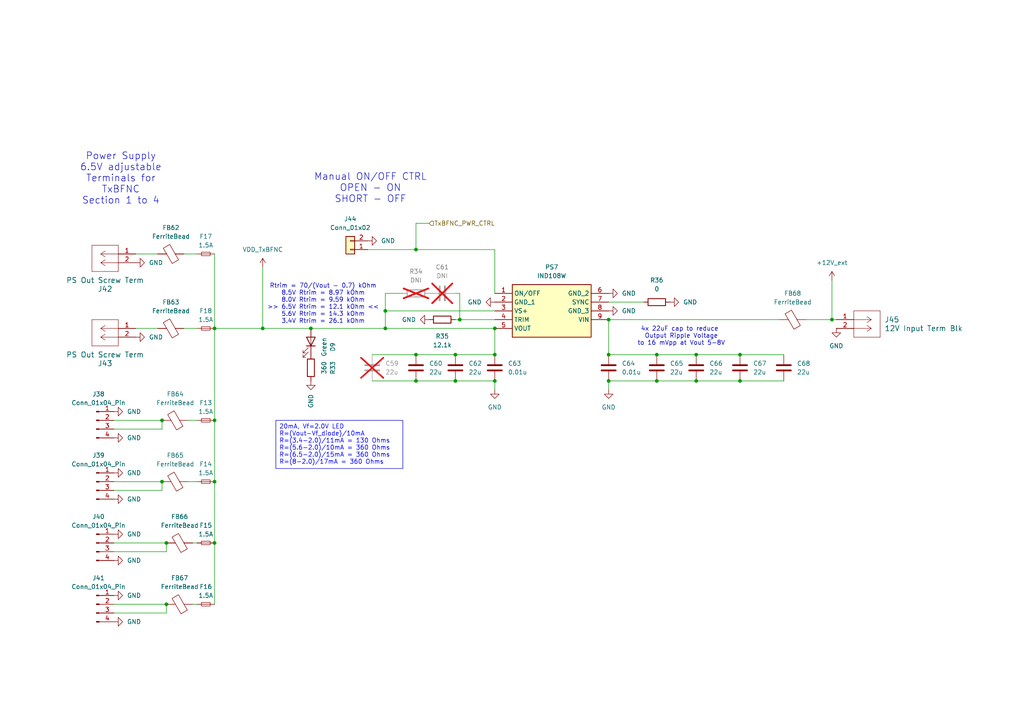
<source format=kicad_sch>
(kicad_sch (version 20231120) (generator "eeschema") (generator_version "8.0")
  (paper "A4")
  (title_block (title "PWR SPLY for TxBFNC") (date "2024-04-04") (rev "1.0"))
  (lib_symbols
    (symbol "BCRL_power_supply:IND108W"
      (property "Reference" "PS" (at 29.21 7.62 0))
      (property "Value" "IND108W" (at 29.21 5.08 0))
      (symbol "IND108W_1_1"
        (rectangle (start 5.08 2.54) (end 27.94 -12.7) (stroke (width 0.254)) (fill (type background)))
        (pin passive line (at 0 0 0) (length 5.08) (name "ON/OFF") (number "1"))
        (pin passive line (at 0 -2.54 0) (length 5.08) (name "GND_1") (number "2"))
        (pin passive line (at 0 -5.08 0) (length 5.08) (name "VS+") (number "3"))
        (pin passive line (at 0 -7.62 0) (length 5.08) (name "TRIM") (number "4"))
        (pin passive line (at 0 -10.16 0) (length 5.08) (name "VOUT") (number "5"))
        (pin passive line (at 33.02 0 180) (length 5.08) (name "GND_2") (number "6"))
        (pin passive line (at 33.02 -2.54 180) (length 5.08) (name "SYNC") (number "7"))
        (pin passive line (at 33.02 -5.08 180) (length 5.08) (name "GND_3") (number "8"))
        (pin passive line (at 33.02 -7.62 180) (length 5.08) (name "VIN") (number "9"))
      )
    )
    (symbol "BCRL_power_supply:OSTVN02A150" (pin_names (offset 0.254) hide)
      (property "Reference" "J" (at 8.89 6.35 0))
      (property "Value" "OSTVN02A150" (at 5.08 -6.35 0))
      (symbol "OSTVN02A150_1_1"
        (polyline (pts (xy 5.08 -5.08) (xy 12.7 -5.08)) (stroke (width 0.127)))
        (polyline (pts (xy 5.08 2.54) (xy 5.08 -5.08)) (stroke (width 0.127)))
        (polyline (pts (xy 10.16 -2.54) (xy 5.08 -2.54)) (stroke (width 0.127)))
        (polyline (pts (xy 10.16 -2.54) (xy 8.89 -3.3867)) (stroke (width 0.127)))
        (polyline (pts (xy 10.16 -2.54) (xy 8.89 -1.6933)) (stroke (width 0.127)))
        (polyline (pts (xy 10.16 0) (xy 5.08 0)) (stroke (width 0.127)))
        (polyline (pts (xy 10.16 0) (xy 8.89 -0.8467)) (stroke (width 0.127)))
        (polyline (pts (xy 10.16 0) (xy 8.89 0.8467)) (stroke (width 0.127)))
        (polyline (pts (xy 12.7 -5.08) (xy 12.7 2.54)) (stroke (width 0.127)))
        (polyline (pts (xy 12.7 2.54) (xy 5.08 2.54)) (stroke (width 0.127)))
        (pin unspecified line (at 0 0 0) (length 5.08) (name "1") (number "1"))
        (pin unspecified line (at 0 -2.54 0) (length 5.08) (name "2") (number "2"))
      )
      (symbol "OSTVN02A150_1_2"
        (polyline (pts (xy 5.08 -5.08) (xy 12.7 -5.08)) (stroke (width 0.127)))
        (polyline (pts (xy 5.08 2.54) (xy 5.08 -5.08)) (stroke (width 0.127)))
        (polyline (pts (xy 7.62 -2.54) (xy 5.08 -2.54)) (stroke (width 0.127)))
        (polyline (pts (xy 7.62 -2.54) (xy 8.89 -3.3867)) (stroke (width 0.127)))
        (polyline (pts (xy 7.62 -2.54) (xy 8.89 -1.6933)) (stroke (width 0.127)))
        (polyline (pts (xy 7.62 0) (xy 5.08 0)) (stroke (width 0.127)))
        (polyline (pts (xy 7.62 0) (xy 8.89 -0.8467)) (stroke (width 0.127)))
        (polyline (pts (xy 7.62 0) (xy 8.89 0.8467)) (stroke (width 0.127)))
        (polyline (pts (xy 12.7 -5.08) (xy 12.7 2.54)) (stroke (width 0.127)))
        (polyline (pts (xy 12.7 2.54) (xy 5.08 2.54)) (stroke (width 0.127)))
        (pin unspecified line (at 0 0 0) (length 5.08) (name "1") (number "1"))
        (pin unspecified line (at 0 -2.54 0) (length 5.08) (name "2") (number "2"))
      )
    )
    (symbol "C_1" (pin_numbers hide) (pin_names (offset 0.254) hide)
      (property "Reference" "C" (at 0.635 2.54 0))
      (property "Value" "C" (at 0.635 -2.54 0))
      (symbol "C_1_0_1"
        (polyline (pts (xy -2.032 -0.762) (xy 2.032 -0.762)) (stroke (width 0.508)))
        (polyline (pts (xy -2.032 0.762) (xy 2.032 0.762)) (stroke (width 0.508)))
      )
      (symbol "C_1_1_1"
        (pin passive line (at 0 3.81 270) (length 2.794) (name "~") (number "1"))
        (pin passive line (at 0 -3.81 90) (length 2.794) (name "~") (number "2"))
      )
    )
    (symbol "Connector:Conn_01x04_Pin" (pin_names (offset 1.016) hide)
      (property "Reference" "J" (at 0 5.08 0))
      (property "Value" "Conn_01x04_Pin" (at 0 -7.62 0))
      (symbol "Conn_01x04_Pin_1_1"
        (polyline (pts (xy 1.27 -5.08) (xy 0.8636 -5.08)) (stroke (width 0.1524)))
        (polyline (pts (xy 1.27 -2.54) (xy 0.8636 -2.54)) (stroke (width 0.1524)))
        (polyline (pts (xy 1.27 0) (xy 0.8636 0)) (stroke (width 0.1524)))
        (polyline (pts (xy 1.27 2.54) (xy 0.8636 2.54)) (stroke (width 0.1524)))
        (rectangle (start 0.8636 -4.953) (end 0 -5.207) (stroke (width 0.1524)) (fill (type outline)))
        (rectangle (start 0.8636 -2.413) (end 0 -2.667) (stroke (width 0.1524)) (fill (type outline)))
        (rectangle (start 0.8636 0.127) (end 0 -0.127) (stroke (width 0.1524)) (fill (type outline)))
        (rectangle (start 0.8636 2.667) (end 0 2.413) (stroke (width 0.1524)) (fill (type outline)))
        (pin passive line (at 5.08 2.54 180) (length 3.81) (name "Pin_1") (number "1"))
        (pin passive line (at 5.08 0 180) (length 3.81) (name "Pin_2") (number "2"))
        (pin passive line (at 5.08 -2.54 180) (length 3.81) (name "Pin_3") (number "3"))
        (pin passive line (at 5.08 -5.08 180) (length 3.81) (name "Pin_4") (number "4"))
      )
    )
    (symbol "Connector_Generic:Conn_01x02" (pin_names (offset 1.016) hide)
      (property "Reference" "J" (at 0 2.54 0))
      (property "Value" "Conn_01x02" (at 0 -5.08 0))
      (symbol "Conn_01x02_1_1"
        (rectangle (start -1.27 -2.413) (end 0 -2.667) (stroke (width 0.1524)))
        (rectangle (start -1.27 0.127) (end 0 -0.127) (stroke (width 0.1524)))
        (rectangle (start -1.27 1.27) (end 1.27 -3.81) (stroke (width 0.254)) (fill (type background)))
        (pin passive line (at -5.08 0 0) (length 3.81) (name "Pin_1") (number "1"))
        (pin passive line (at -5.08 -2.54 0) (length 3.81) (name "Pin_2") (number "2"))
      )
    )
    (symbol "Device:C" (pin_numbers hide) (pin_names (offset 0.254))
      (property "Reference" "C" (at 0.635 2.54 0))
      (property "Value" "C" (at 0.635 -2.54 0))
      (symbol "C_0_1"
        (polyline (pts (xy -2.032 -0.762) (xy 2.032 -0.762)) (stroke (width 0.508)))
        (polyline (pts (xy -2.032 0.762) (xy 2.032 0.762)) (stroke (width 0.508)))
      )
      (symbol "C_1_1"
        (pin passive line (at 0 3.81 270) (length 2.794) (name "~") (number "1"))
        (pin passive line (at 0 -3.81 90) (length 2.794) (name "~") (number "2"))
      )
    )
    (symbol "Device:FerriteBead" (pin_numbers hide) (pin_names (offset 0))
      (property "Reference" "FB" (at -3.81 0.635 90))
      (property "Value" "FerriteBead" (at 3.81 0 90))
      (symbol "FerriteBead_0_1"
        (polyline (pts (xy 0 -1.27) (xy 0 -1.2192)))
        (polyline (pts (xy 0 1.27) (xy 0 1.2954)))
        (polyline (pts (xy -2.7686 0.4064) (xy -1.7018 2.2606) (xy 2.7686 -0.3048) (xy 1.6764 -2.159) (xy -2.7686 0.4064)))
      )
      (symbol "FerriteBead_1_1"
        (pin passive line (at 0 3.81 270) (length 2.54) (name "~") (number "1"))
        (pin passive line (at 0 -3.81 90) (length 2.54) (name "~") (number "2"))
      )
    )
    (symbol "Device:Fuse_Small" (pin_numbers hide) (pin_names (offset 0.254) hide)
      (property "Reference" "F" (at 0 -1.524 0))
      (property "Value" "Fuse_Small" (at 0 1.524 0))
      (symbol "Fuse_Small_0_1"
        (rectangle (start -1.27 0.508) (end 1.27 -0.508))
        (polyline (pts (xy -1.27 0) (xy 1.27 0)))
      )
      (symbol "Fuse_Small_1_1"
        (pin passive line (at -2.54 0 0) (length 1.27) (name "~") (number "1"))
        (pin passive line (at 2.54 0 180) (length 1.27) (name "~") (number "2"))
      )
    )
    (symbol "Device:LED" (pin_numbers hide) (pin_names (offset 1.016) hide)
      (property "Reference" "D" (at 0 2.54 0))
      (property "Value" "LED" (at 0 -2.54 0))
      (symbol "LED_0_1"
        (polyline (pts (xy -1.27 -1.27) (xy -1.27 1.27)) (stroke (width 0.254)))
        (polyline (pts (xy -1.27 0) (xy 1.27 0)))
        (polyline (pts (xy 1.27 -1.27) (xy 1.27 1.27) (xy -1.27 0) (xy 1.27 -1.27)) (stroke (width 0.254)))
        (polyline (pts (xy -3.048 -0.762) (xy -4.572 -2.286) (xy -3.81 -2.286) (xy -4.572 -2.286) (xy -4.572 -1.524)))
        (polyline (pts (xy -1.778 -0.762) (xy -3.302 -2.286) (xy -2.54 -2.286) (xy -3.302 -2.286) (xy -3.302 -1.524)))
      )
      (symbol "LED_1_1"
        (pin passive line (at -3.81 0 0) (length 2.54) (name "K") (number "1"))
        (pin passive line (at 3.81 0 180) (length 2.54) (name "A") (number "2"))
      )
    )
    (symbol "Device:R" (pin_numbers hide) (pin_names (offset 0))
      (property "Reference" "R" (at 2.032 0 90))
      (property "Value" "R" (at 0 0 90))
      (symbol "R_0_1"
        (rectangle (start -1.016 -2.54) (end 1.016 2.54) (stroke (width 0.254)))
      )
      (symbol "R_1_1"
        (pin passive line (at 0 3.81 270) (length 1.27) (name "~") (number "1"))
        (pin passive line (at 0 -3.81 90) (length 1.27) (name "~") (number "2"))
      )
    )
    (symbol "GND_1" (power) (pin_numbers hide) (pin_names (offset 0) hide)
      (property "Value" "GND" (at 0 -3.81 0))
      (symbol "GND_1_0_1"
        (polyline (pts (xy 0 0) (xy 0 -1.27) (xy 1.27 -1.27) (xy 0 -2.54) (xy -1.27 -1.27) (xy 0 -1.27)))
      )
      (symbol "GND_1_1_1"
        (pin power_in line (at 0 0 270) (length 0) hide (name "GND") (number "1"))
      )
    )
    (symbol "GND_2" (power) (pin_numbers hide) (pin_names (offset 0) hide)
      (property "Value" "GND" (at 0 -3.81 0))
      (symbol "GND_2_0_1"
        (polyline (pts (xy 0 0) (xy 0 -1.27) (xy 1.27 -1.27) (xy 0 -2.54) (xy -1.27 -1.27) (xy 0 -1.27)))
      )
      (symbol "GND_2_1_1"
        (pin power_in line (at 0 0 270) (length 0) hide (name "GND") (number "1"))
      )
    )
    (symbol "GND_3" (power) (pin_numbers hide) (pin_names (offset 0) hide)
      (property "Value" "GND" (at 0 -3.81 0))
      (symbol "GND_3_0_1"
        (polyline (pts (xy 0 0) (xy 0 -1.27) (xy 1.27 -1.27) (xy 0 -2.54) (xy -1.27 -1.27) (xy 0 -1.27)))
      )
      (symbol "GND_3_1_1"
        (pin power_in line (at 0 0 270) (length 0) hide (name "GND") (number "1"))
      )
    )
    (symbol "GND_4" (power) (pin_numbers hide) (pin_names (offset 0) hide)
      (property "Value" "GND" (at 0 -3.81 0))
      (symbol "GND_4_0_1"
        (polyline (pts (xy 0 0) (xy 0 -1.27) (xy 1.27 -1.27) (xy 0 -2.54) (xy -1.27 -1.27) (xy 0 -1.27)))
      )
      (symbol "GND_4_1_1"
        (pin power_in line (at 0 0 270) (length 0) hide (name "GND") (number "1"))
      )
    )
    (symbol "GND_5" (power) (pin_numbers hide) (pin_names (offset 0) hide)
      (property "Value" "GND" (at 0 -3.81 0))
      (symbol "GND_5_0_1"
        (polyline (pts (xy 0 0) (xy 0 -1.27) (xy 1.27 -1.27) (xy 0 -2.54) (xy -1.27 -1.27) (xy 0 -1.27)))
      )
      (symbol "GND_5_1_1"
        (pin power_in line (at 0 0 270) (length 0) hide (name "GND") (number "1"))
      )
    )
    (symbol "power:+12V" (power) (pin_numbers hide) (pin_names (offset 0) hide)
      (property "Value" "+12V" (at 0 3.556 0))
      (symbol "+12V_0_1"
        (polyline (pts (xy -0.762 1.27) (xy 0 2.54)))
        (polyline (pts (xy 0 0) (xy 0 2.54)))
        (polyline (pts (xy 0 2.54) (xy 0.762 1.27)))
      )
      (symbol "+12V_1_1"
        (pin power_in line (at 0 0 90) (length 0) (name "~") (number "1"))
      )
    )
    (symbol "power:GND" (power) (pin_numbers hide) (pin_names (offset 0) hide)
      (property "Value" "GND" (at 0 -3.81 0))
      (symbol "GND_0_1"
        (polyline (pts (xy 0 0) (xy 0 -1.27) (xy 1.27 -1.27) (xy 0 -2.54) (xy -1.27 -1.27) (xy 0 -1.27)))
      )
      (symbol "GND_1_1"
        (pin power_in line (at 0 0 270) (length 0) hide (name "GND") (number "1"))
      )
    )
    (symbol "power:VDD" (power) (pin_numbers hide) (pin_names (offset 0) hide)
      (property "Value" "VDD" (at 0 3.556 0))
      (symbol "VDD_0_1"
        (polyline (pts (xy -0.762 1.27) (xy 0 2.54)))
        (polyline (pts (xy 0 0) (xy 0 2.54)))
        (polyline (pts (xy 0 2.54) (xy 0.762 1.27)))
      )
      (symbol "VDD_1_1"
        (pin power_in line (at 0 0 90) (length 0) (name "~") (number "1"))
      )
    )
  )
  (junction (at 120.65 110.49))
  (junction (at 143.51 110.49))
  (junction (at 143.51 102.87))
  (junction (at 111.76 90.17))
  (junction (at 190.5 102.87))
  (junction (at 62.23 157.48))
  (junction (at 214.63 110.49))
  (junction (at 62.23 139.7))
  (junction (at 120.65 72.39))
  (junction (at 46.99 139.7))
  (junction (at 133.35 92.71))
  (junction (at 176.53 102.87))
  (junction (at 120.65 102.87))
  (junction (at 176.53 110.49))
  (junction (at 90.17 95.25))
  (junction (at 46.99 121.92))
  (junction (at 201.93 102.87))
  (junction (at 76.2 95.25))
  (junction (at 214.63 102.87))
  (junction (at 62.23 121.92))
  (junction (at 241.3 92.71))
  (junction (at 132.08 110.49))
  (junction (at 48.26 175.26))
  (junction (at 143.51 95.25))
  (junction (at 132.08 102.87))
  (junction (at 201.93 110.49))
  (junction (at 62.23 95.25))
  (junction (at 176.53 92.71))
  (junction (at 48.26 157.48))
  (junction (at 111.76 95.25))
  (junction (at 190.5 110.49))
  (wire (pts (xy 124.46 64.77) (xy 120.65 64.77)))
  (wire (pts (xy 143.51 95.25) (xy 143.51 102.87)))
  (wire (pts (xy 133.35 92.71) (xy 143.51 92.71)))
  (wire (pts (xy 62.23 95.25) (xy 62.23 121.92)))
  (wire (pts (xy 111.76 85.09) (xy 111.76 90.17)))
  (wire (pts (xy 46.99 124.46) (xy 46.99 121.92)))
  (wire (pts (xy 90.17 95.25) (xy 111.76 95.25)))
  (wire (pts (xy 214.63 102.87) (xy 227.33 102.87)))
  (wire (pts (xy 143.51 72.39) (xy 143.51 85.09)))
  (wire (pts (xy 176.53 102.87) (xy 190.5 102.87)))
  (wire (pts (xy 39.37 95.25) (xy 45.72 95.25)))
  (wire (pts (xy 62.23 95.25) (xy 76.2 95.25)))
  (wire (pts (xy 48.26 177.8) (xy 48.26 175.26)))
  (wire (pts (xy 120.65 72.39) (xy 143.51 72.39)))
  (wire (pts (xy 132.08 85.09) (xy 133.35 85.09)))
  (wire (pts (xy 76.2 77.47) (xy 76.2 95.25)))
  (wire (pts (xy 48.26 160.02) (xy 48.26 157.48)))
  (wire (pts (xy 33.02 177.8) (xy 48.26 177.8)))
  (wire (pts (xy 33.02 142.24) (xy 46.99 142.24)))
  (wire (pts (xy 62.23 73.66) (xy 62.23 95.25)))
  (wire (pts (xy 120.65 102.87) (xy 132.08 102.87)))
  (wire (pts (xy 120.65 110.49) (xy 132.08 110.49)))
  (wire (pts (xy 143.51 110.49) (xy 143.51 113.03)))
  (wire (pts (xy 120.65 64.77) (xy 120.65 72.39)))
  (wire (pts (xy 176.53 92.71) (xy 226.06 92.71)))
  (wire (pts (xy 201.93 102.87) (xy 214.63 102.87)))
  (wire (pts (xy 33.02 160.02) (xy 48.26 160.02)))
  (wire (pts (xy 62.23 139.7) (xy 62.23 157.48)))
  (wire (pts (xy 76.2 95.25) (xy 90.17 95.25)))
  (wire (pts (xy 53.34 95.25) (xy 57.15 95.25)))
  (wire (pts (xy 39.37 73.66) (xy 45.72 73.66)))
  (wire (pts (xy 62.23 157.48) (xy 62.23 175.26)))
  (wire (pts (xy 176.53 110.49) (xy 190.5 110.49)))
  (wire (pts (xy 201.93 110.49) (xy 214.63 110.49)))
  (wire (pts (xy 33.02 121.92) (xy 46.99 121.92)))
  (wire (pts (xy 132.08 110.49) (xy 143.51 110.49)))
  (wire (pts (xy 132.08 102.87) (xy 143.51 102.87)))
  (wire (pts (xy 143.51 90.17) (xy 111.76 90.17)))
  (wire (pts (xy 62.23 121.92) (xy 62.23 139.7)))
  (wire (pts (xy 214.63 110.49) (xy 227.33 110.49)))
  (wire (pts (xy 176.53 87.63) (xy 186.69 87.63)))
  (wire (pts (xy 176.53 92.71) (xy 176.53 102.87)))
  (wire (pts (xy 33.02 157.48) (xy 48.26 157.48)))
  (wire (pts (xy 54.61 121.92) (xy 57.15 121.92)))
  (wire (pts (xy 233.68 92.71) (xy 241.3 92.71)))
  (wire (pts (xy 55.88 175.26) (xy 57.15 175.26)))
  (wire (pts (xy 53.34 73.66) (xy 57.15 73.66)))
  (wire (pts (xy 116.84 85.09) (xy 111.76 85.09)))
  (wire (pts (xy 190.5 102.87) (xy 201.93 102.87)))
  (wire (pts (xy 111.76 90.17) (xy 111.76 95.25)))
  (wire (pts (xy 107.95 110.49) (xy 120.65 110.49)))
  (wire (pts (xy 241.3 92.71) (xy 242.57 92.71)))
  (wire (pts (xy 106.68 72.39) (xy 120.65 72.39)))
  (wire (pts (xy 111.76 95.25) (xy 143.51 95.25)))
  (wire (pts (xy 241.3 81.28) (xy 241.3 92.71)))
  (wire (pts (xy 33.02 139.7) (xy 46.99 139.7)))
  (wire (pts (xy 54.61 139.7) (xy 57.15 139.7)))
  (wire (pts (xy 55.88 157.48) (xy 57.15 157.48)))
  (wire (pts (xy 33.02 124.46) (xy 46.99 124.46)))
  (wire (pts (xy 46.99 142.24) (xy 46.99 139.7)))
  (wire (pts (xy 33.02 175.26) (xy 48.26 175.26)))
  (wire (pts (xy 132.08 92.71) (xy 133.35 92.71)))
  (wire (pts (xy 107.95 102.87) (xy 120.65 102.87)))
  (wire (pts (xy 133.35 85.09) (xy 133.35 92.71)))
  (wire (pts (xy 176.53 110.49) (xy 176.53 113.03)))
  (wire (pts (xy 190.5 110.49) (xy 201.93 110.49)))
  (text_box "20mA, Vf=2.0V LED \nR=(Vout-Vf_diode)/10mA \nR=(3.4-2.0)/11mA = 130 Ohms  \nR=(5.6-2.0)/10mA = 360 Ohms  \nR=(6.5-2.0)/15mA = 360 Ohms  \nR=(8-2.0)/17mA = 360 Ohms  \n" (at 80.01 121.92 0) (size 36.83 13.97) (effects (font (size 1.27 1.27)) (justify left top)))
  (text "4x 22uF cap to reduce \nOutput Ripple Voltage\nto 16 mVpp at Vout 5-8V" (at 197.612 97.536 0) (effects (font (size 1.27 1.27))))
  (text "Manual ON/OFF CTRL\nOPEN - ON\nSHORT - OFF" (at 107.442 54.61 0) (effects (font (size 2 2))))
  (text "Rtrim = 70/(Vout - 0.7) kOhm\n8.5V Rtrim = 8.97 kOhm\n8.0V Rtrim = 9.59 kOhm\n>> 6.5V Rtrim = 12.1 kOhm <<\n5.6V Rtrim = 14.3 kOhm\n3.4V Rtrim = 26.1 kOhm\n\n\n" (at 93.726 90.17 0) (effects (font (size 1.27 1.27))))
  (text "Power Supply\n6.5V adjustable\nTerminals for\nTxBFNC\nSection 1 to 4" (at 35.052 51.816 0) (effects (font (size 2 2))))
  (hierarchical_label "TxBFNC_PWR_CTRL" (shape input) (at 124.46 64.77 0))
  (symbol (lib_id "Device:FerriteBead") (at 52.07 157.48 270) (mirror x) (unit 1)
    (property "Reference" "FB66" (at 52.1208 149.86 90))
    (property "Value" "FerriteBead" (at 52.1208 152.4 90))
    (property "Footprint" "BCRL_power_supply:BEADC1005X55N" (effects (hide yes)))
    (property "Datasheet" "https://product.tdk.com/system/files/dam/doc/product/emc/emc/suppression-filter/catalog/suppression-filter_commercial_maf1005p_en.pdf" (effects (hide yes)))
    (property "Description" "Ferrite bead 9 mOhm 6A" (effects (hide yes)))
    (property "PN" "MAF1005PAD120CT000" (effects (hide yes)))
    (property "Mfr" "TDK" (effects (hide yes)))
  )
  (symbol (lib_id "Device:FerriteBead") (at 50.8 121.92 270) (mirror x) (unit 1)
    (property "Reference" "FB64" (at 50.8508 114.3 90))
    (property "Value" "FerriteBead" (at 50.8508 116.84 90))
    (property "Footprint" "BCRL_power_supply:BEADC1005X55N" (effects (hide yes)))
    (property "Datasheet" "https://product.tdk.com/system/files/dam/doc/product/emc/emc/suppression-filter/catalog/suppression-filter_commercial_maf1005p_en.pdf" (effects (hide yes)))
    (property "Description" "Ferrite bead 9 mOhm 6A" (effects (hide yes)))
    (property "PN" "MAF1005PAD120CT000" (effects (hide yes)))
    (property "Mfr" "TDK" (effects (hide yes)))
  )
  (symbol (lib_name "GND_1") (lib_id "power:GND") (at 124.46 92.71 270) (mirror x) (unit 1)
    (property "Reference" "#PWR0192" (effects (hide yes)))
    (property "Value" "GND" (at 120.65 92.7099 90) (effects (justify right)))
  )
  (symbol (lib_id "Device:FerriteBead") (at 49.53 95.25 270) (mirror x) (unit 1)
    (property "Reference" "FB63" (at 49.5808 87.63 90))
    (property "Value" "FerriteBead" (at 49.5808 90.17 90))
    (property "Footprint" "BCRL_power_supply:BEADC1005X55N" (effects (hide yes)))
    (property "Datasheet" "https://product.tdk.com/system/files/dam/doc/product/emc/emc/suppression-filter/catalog/suppression-filter_commercial_maf1005p_en.pdf" (effects (hide yes)))
    (property "Description" "Ferrite bead 9 mOhm 6A" (effects (hide yes)))
    (property "PN" "MAF1005PAD120CT000" (effects (hide yes)))
    (property "Mfr" "TDK" (effects (hide yes)))
  )
  (symbol (lib_name "GND_4") (lib_id "power:GND") (at 33.02 154.94 90) (mirror x) (unit 1)
    (property "Reference" "#PWR0183" (effects (hide yes)))
    (property "Value" "GND" (at 36.83 154.94 90) (effects (justify right)))
  )
  (symbol (lib_id "Connector:Conn_01x04_Pin") (at 27.94 157.48 0) (unit 1)
    (property "Reference" "J40" (at 28.575 149.86 0))
    (property "Value" "Conn_01x04_Pin" (at 28.575 152.4 0))
    (property "Footprint" "BCRL_power_supply:TSM-104-YY-ZZZ-SH" (effects (hide yes)))
    (property "Datasheet" "https://www.mouser.ca/datasheet/2/527/tsm-2854655.pdf" (effects (hide yes)))
    (property "Description" "1x4 pin Header SMT, Horizontal" (effects (hide yes)))
    (property "PN" "TSM-104-01-T-SH" (effects (hide yes)))
    (property "Mfr" "SAMTEC" (effects (hide yes)))
  )
  (symbol (lib_name "GND_4") (lib_id "power:GND") (at 33.02 180.34 90) (mirror x) (unit 1)
    (property "Reference" "#PWR0186" (effects (hide yes)))
    (property "Value" "GND" (at 36.83 180.34 90) (effects (justify right)))
  )
  (symbol (lib_id "Device:Fuse_Small") (at 59.69 121.92 0) (unit 1)
    (property "Reference" "F13" (at 59.69 116.84 0))
    (property "Value" "1.5A" (at 59.69 119.38 0))
    (property "Footprint" "BCRL_power_supply:ERBRE0R50V" (effects (hide yes)))
    (property "Datasheet" "https://www.mouser.ca/datasheet/2/315/AFA0000C7-1025982.pdf" (effects (hide yes)))
    (property "Description" "SMD Fuse 0603" (effects (hide yes)))
    (property "PN" "ERB-RE1R50V" (effects (hide yes)))
    (property "Mfr" "Panasonic" (effects (hide yes)))
  )
  (symbol (lib_name "GND_4") (lib_id "power:GND") (at 33.02 127 90) (mirror x) (unit 1)
    (property "Reference" "#PWR0180" (effects (hide yes)))
    (property "Value" "GND" (at 36.83 127 90) (effects (justify right)))
  )
  (symbol (lib_id "Device:C") (at 201.93 106.68 0) (unit 1)
    (property "Reference" "C66" (at 205.74 105.4099 0) (effects (justify left)))
    (property "Value" "22u" (at 205.74 107.9499 0) (effects (justify left)))
    (property "Footprint" "BCRL_power_supply:CAPC2012X145N" (effects (hide yes)))
    (property "Datasheet" "https://www.mouser.ca/datasheet/2/281/1/GRM21BR61E226ME44_01A-1986898.pdf" (effects (hide yes)))
    (property "Description" "22 uF 25V " (effects (hide yes)))
    (property "PN" "GRM21BR61E226ME44L" (effects (hide yes)))
    (property "Mfr" "Murata" (effects (hide yes)))
  )
  (symbol (lib_id "Device:R") (at 90.17 106.68 0) (mirror x) (unit 1)
    (property "Reference" "R33" (at 96.52 106.68 90))
    (property "Value" "360" (at 93.98 106.68 90))
    (property "Footprint" "BCRL_power_supply:RESC1608X50N" (effects (hide yes)))
    (property "Datasheet" "https://www.vishay.com/docs/20035/dcrcwe3.pdf" (effects (hide yes)))
    (property "Description" "1/10 W" (effects (hide yes)))
    (property "PN" "CRCW0603360RJNEA" (effects (hide yes)))
    (property "Mfr" "Vishay" (effects (hide yes)))
  )
  (symbol (lib_id "Device:Fuse_Small") (at 59.69 95.25 0) (unit 1)
    (property "Reference" "F18" (at 59.69 90.17 0))
    (property "Value" "1.5A" (at 59.69 92.71 0))
    (property "Footprint" "BCRL_power_supply:ERBRE0R50V" (effects (hide yes)))
    (property "Datasheet" "https://www.mouser.ca/datasheet/2/315/AFA0000C7-1025982.pdf" (effects (hide yes)))
    (property "Description" "SMD Fuse 0603" (effects (hide yes)))
    (property "PN" "ERB-RE1R50V" (effects (hide yes)))
    (property "Mfr" "Panasonic" (effects (hide yes)))
  )
  (symbol (lib_name "GND_4") (lib_id "power:GND") (at 143.51 87.63 270) (mirror x) (unit 1)
    (property "Reference" "#PWR0193" (effects (hide yes)))
    (property "Value" "GND" (at 139.7 87.6299 90) (effects (justify right)))
  )
  (symbol (lib_id "Device:C") (at 176.53 106.68 0) (unit 1)
    (property "Reference" "C64" (at 180.34 105.4099 0) (effects (justify left)))
    (property "Value" "0.01u" (at 180.34 107.9499 0) (effects (justify left)))
    (property "Footprint" "BCRL_power_supply:CAPC1608X90N" (effects (hide yes)))
    (property "Datasheet" "https://www.mouser.ca/datasheet/2/281/1/GRM1885C1E103JA01_01A-1984693.pdf" (effects (hide yes)))
    (property "Description" "0.01 uF 25V" (effects (hide yes)))
    (property "PN" "GRM1885C1E103JA01D" (effects (hide yes)))
    (property "Mfr" "Murata" (effects (hide yes)))
  )
  (symbol (lib_id "power:+12V") (at 241.3 81.28 0) (unit 1)
    (property "Reference" "#PWR0330" (effects (hide yes)))
    (property "Value" "+12V_ext" (at 241.3 76.2 0))
    (property "Description" "Power symbol creates a global label with name \"+12V\"" (effects (hide yes)))
  )
  (symbol (lib_name "GND_4") (lib_id "power:GND") (at 33.02 172.72 90) (mirror x) (unit 1)
    (property "Reference" "#PWR0185" (effects (hide yes)))
    (property "Value" "GND" (at 36.83 172.72 90) (effects (justify right)))
  )
  (symbol (lib_id "Device:C") (at 120.65 106.68 0) (unit 1)
    (property "Reference" "C60" (at 124.46 105.4099 0) (effects (justify left)))
    (property "Value" "22u" (at 124.46 107.9499 0) (effects (justify left)))
    (property "Footprint" "BCRL_power_supply:CAPC2012X145N" (effects (hide yes)))
    (property "Datasheet" "https://www.mouser.ca/datasheet/2/281/1/GRM21BR61E226ME44_01A-1986898.pdf" (effects (hide yes)))
    (property "Description" "22 uF 25V " (effects (hide yes)))
    (property "PN" "GRM21BR61E226ME44L" (effects (hide yes)))
    (property "Mfr" "Murata" (effects (hide yes)))
  )
  (symbol (lib_id "BCRL_power_supply:IND108W") (at 143.51 85.09 0) (unit 1)
    (property "Reference" "PS7" (at 160.02 77.47 0))
    (property "Value" "IND108W" (at 160.02 80.01 0))
    (property "Footprint" "BCRL_power_supply:IND108W" (effects (hide yes)))
    (property "Datasheet" "https://www.omnionpower.com/assets/pdfs/windchill/data-sheet/ind108w_ds.pdf?nocache=1710831926" (effects (hide yes)))
    (property "Description" "DC/DC 12Vin 3-9V 108W 12A" (effects (hide yes)))
    (property "Height" "10" (effects (hide yes)))
    (property "Manufacturer_Name" "OmniOn Power" (effects (hide yes)))
    (property "Manufacturer_Part_Number" "IND108W" (effects (hide yes)))
    (property "Mfr" "GE" (effects (hide yes)))
    (property "PN" "IND108W" (effects (hide yes)))
  )
  (symbol (lib_id "BCRL_power_supply:OSTVN02A150") (at 39.37 73.66 0) (mirror y) (unit 1)
    (property "Reference" "J42" (at 30.48 83.82 0) (effects (font (size 1.524 1.524))))
    (property "Value" "PS Out Screw Term" (at 30.48 81.28 0) (effects (font (size 1.524 1.524))))
    (property "Footprint" "BCRL_power_supply:CONN_OSTVN02A150_OST" (effects (hide yes)))
    (property "Datasheet" "https://mm.digikey.com/Volume0/opasdata/d220001/medias/docus/1123/OSTVNXXA150.pdf" (effects (hide yes)))
    (property "Description" "2 Screw Terminal" (effects (hide yes)))
    (property "PN" "OSTVN02A150" (effects (hide yes)))
    (property "Mfr" "On Shore Technology Inc." (effects (hide yes)))
  )
  (symbol (lib_id "Device:R") (at 190.5 87.63 270) (mirror x) (unit 1)
    (property "Reference" "R36" (at 190.5 81.28 90))
    (property "Value" "0" (at 190.5 83.82 90))
    (property "Footprint" "BCRL_power_supply:RESC1608X55N" (effects (hide yes)))
    (property "Datasheet" "https://www.vishay.com/docs/20035/dcrcwe3.pdf" (effects (hide yes)))
    (property "Description" "1/10 W" (effects (hide yes)))
    (property "PN" "CRCW06030000Z0EAHP" (effects (hide yes)))
    (property "Mfr" "Vishay" (effects (hide yes)))
  )
  (symbol (lib_id "Device:R") (at 128.27 92.71 90) (mirror x) (unit 1)
    (property "Reference" "R35" (at 128.27 97.536 90))
    (property "Value" "12.1k" (at 128.27 100.076 90))
    (property "Footprint" "BCRL_power_supply:RESC1608X50N" (effects (hide yes)))
    (property "Datasheet" "https://www.vishay.com/doc?20035" (effects (hide yes)))
    (property "Description" "1/10 W" (effects (hide yes)))
    (property "PN" "CRCW060312K1FKEA" (effects (hide yes)))
    (property "Mfr" "Vishay" (effects (hide yes)))
  )
  (symbol (lib_name "GND_4") (lib_id "power:GND") (at 33.02 119.38 90) (mirror x) (unit 1)
    (property "Reference" "#PWR0179" (effects (hide yes)))
    (property "Value" "GND" (at 36.83 119.38 90) (effects (justify right)))
  )
  (symbol (lib_id "Device:FerriteBead") (at 229.87 92.71 270) (mirror x) (unit 1)
    (property "Reference" "FB68" (at 229.9208 85.09 90))
    (property "Value" "FerriteBead" (at 229.9208 87.63 90))
    (property "Footprint" "BCRL_power_supply:BEADC1005X55N" (effects (hide yes)))
    (property "Datasheet" "https://product.tdk.com/system/files/dam/doc/product/emc/emc/suppression-filter/catalog/suppression-filter_commercial_maf1005p_en.pdf" (effects (hide yes)))
    (property "Description" "Ferrite bead 9 mOhm 6A" (effects (hide yes)))
    (property "PN" "MAF1005PAD120CT000" (effects (hide yes)))
    (property "Mfr" "TDK" (effects (hide yes)))
  )
  (symbol (lib_id "Connector:Conn_01x04_Pin") (at 27.94 121.92 0) (unit 1)
    (property "Reference" "J38" (at 28.575 114.3 0))
    (property "Value" "Conn_01x04_Pin" (at 28.575 116.84 0))
    (property "Footprint" "BCRL_power_supply:TSM-104-YY-ZZZ-SH" (effects (hide yes)))
    (property "Datasheet" "https://www.mouser.ca/datasheet/2/527/tsm-2854655.pdf" (effects (hide yes)))
    (property "Description" "1x4 pin Header SMT, Horizontal" (effects (hide yes)))
    (property "PN" "TSM-104-01-T-SH" (effects (hide yes)))
    (property "Mfr" "SAMTEC" (effects (hide yes)))
  )
  (symbol (lib_id "power:GND") (at 176.53 113.03 0) (mirror y) (unit 1)
    (property "Reference" "#PWR0197" (effects (hide yes)))
    (property "Value" "GND" (at 176.53 118.11 0))
  )
  (symbol (lib_name "GND_4") (lib_id "power:GND") (at 33.02 162.56 90) (mirror x) (unit 1)
    (property "Reference" "#PWR0184" (effects (hide yes)))
    (property "Value" "GND" (at 36.83 162.56 90) (effects (justify right)))
  )
  (symbol (lib_name "GND_4") (lib_id "power:GND") (at 33.02 137.16 90) (mirror x) (unit 1)
    (property "Reference" "#PWR0181" (effects (hide yes)))
    (property "Value" "GND" (at 36.83 137.16 90) (effects (justify right)))
  )
  (symbol (lib_name "GND_4") (lib_id "power:GND") (at 39.37 76.2 90) (mirror x) (unit 1)
    (property "Reference" "#PWR0187" (effects (hide yes)))
    (property "Value" "GND" (at 43.18 76.2 90) (effects (justify right)))
  )
  (symbol (lib_id "Device:C") (at 143.51 106.68 0) (unit 1)
    (property "Reference" "C63" (at 147.32 105.4099 0) (effects (justify left)))
    (property "Value" "0.01u" (at 147.32 107.9499 0) (effects (justify left)))
    (property "Footprint" "BCRL_power_supply:CAPC1608X90N" (effects (hide yes)))
    (property "Datasheet" "https://www.mouser.ca/datasheet/2/281/1/GRM1885C1E103JA01_01A-1984693.pdf" (effects (hide yes)))
    (property "Description" "0.01 uF 25V" (effects (hide yes)))
    (property "PN" "GRM1885C1E103JA01D" (effects (hide yes)))
    (property "Mfr" "Murata" (effects (hide yes)))
  )
  (symbol (lib_id "power:GND") (at 90.17 110.49 0) (mirror y) (unit 1)
    (property "Reference" "#PWR0190" (effects (hide yes)))
    (property "Value" "GND" (at 90.17 114.3 90) (effects (justify right)))
  )
  (symbol (lib_id "Device:C") (at 107.95 106.68 0) (unit 1) (in_bom no) (dnp yes)
    (property "Reference" "C59" (at 111.76 105.4099 0) (effects (justify left)))
    (property "Value" "22u" (at 111.76 107.9499 0) (effects (justify left)))
    (property "Footprint" "BCRL_power_supply:CAPC2012X145N" (effects (hide yes)))
    (property "Datasheet" "https://www.mouser.ca/datasheet/2/281/1/GRM21BR61E226ME44_01A-1986898.pdf" (effects (hide yes)))
    (property "Description" "22 uF 25V " (effects (hide yes)))
    (property "PN" "GRM21BR61E226ME44L" (effects (hide yes)))
    (property "Mfr" "Murata" (effects (hide yes)))
  )
  (symbol (lib_id "Connector:Conn_01x04_Pin") (at 27.94 175.26 0) (unit 1)
    (property "Reference" "J41" (at 28.575 167.64 0))
    (property "Value" "Conn_01x04_Pin" (at 28.575 170.18 0))
    (property "Footprint" "BCRL_power_supply:TSM-104-YY-ZZZ-SH" (effects (hide yes)))
    (property "Datasheet" "https://www.mouser.ca/datasheet/2/527/tsm-2854655.pdf" (effects (hide yes)))
    (property "Description" "1x4 pin Header SMT, Horizontal" (effects (hide yes)))
    (property "PN" "TSM-104-01-T-SH" (effects (hide yes)))
    (property "Mfr" "SAMTEC" (effects (hide yes)))
  )
  (symbol (lib_name "GND_3") (lib_id "power:GND") (at 176.53 90.17 90) (mirror x) (unit 1)
    (property "Reference" "#PWR0196" (effects (hide yes)))
    (property "Value" "GND" (at 180.34 90.1699 90) (effects (justify right)))
  )
  (symbol (lib_id "power:GND") (at 242.57 95.25 0) (mirror y) (unit 1)
    (property "Reference" "#PWR0199" (effects (hide yes)))
    (property "Value" "GND" (at 242.57 100.33 0))
  )
  (symbol (lib_id "Device:FerriteBead") (at 49.53 73.66 270) (mirror x) (unit 1)
    (property "Reference" "FB62" (at 49.5808 66.04 90))
    (property "Value" "FerriteBead" (at 49.5808 68.58 90))
    (property "Footprint" "BCRL_power_supply:BEADC1005X55N" (effects (hide yes)))
    (property "Datasheet" "https://product.tdk.com/system/files/dam/doc/product/emc/emc/suppression-filter/catalog/suppression-filter_commercial_maf1005p_en.pdf" (effects (hide yes)))
    (property "Description" "Ferrite bead 9 mOhm 6A" (effects (hide yes)))
    (property "PN" "MAF1005PAD120CT000" (effects (hide yes)))
    (property "Mfr" "TDK" (effects (hide yes)))
  )
  (symbol (lib_id "Device:C") (at 214.63 106.68 0) (unit 1)
    (property "Reference" "C67" (at 218.44 105.4099 0) (effects (justify left)))
    (property "Value" "22u" (at 218.44 107.9499 0) (effects (justify left)))
    (property "Footprint" "BCRL_power_supply:CAPC2012X145N" (effects (hide yes)))
    (property "Datasheet" "https://www.mouser.ca/datasheet/2/281/1/GRM21BR61E226ME44_01A-1986898.pdf" (effects (hide yes)))
    (property "Description" "22 uF 25V " (effects (hide yes)))
    (property "PN" "GRM21BR61E226ME44L" (effects (hide yes)))
    (property "Mfr" "Murata" (effects (hide yes)))
  )
  (symbol (lib_id "Device:C") (at 190.5 106.68 0) (unit 1)
    (property "Reference" "C65" (at 194.31 105.4099 0) (effects (justify left)))
    (property "Value" "22u" (at 194.31 107.9499 0) (effects (justify left)))
    (property "Footprint" "BCRL_power_supply:CAPC2012X145N" (effects (hide yes)))
    (property "Datasheet" "https://www.mouser.ca/datasheet/2/281/1/GRM21BR61E226ME44_01A-1986898.pdf" (effects (hide yes)))
    (property "Description" "22 uF 25V " (effects (hide yes)))
    (property "PN" "GRM21BR61E226ME44L" (effects (hide yes)))
    (property "Mfr" "Murata" (effects (hide yes)))
  )
  (symbol (lib_name "C_1") (lib_id "Device:C") (at 128.27 85.09 270) (mirror x) (unit 1) (in_bom no) (dnp yes)
    (property "Reference" "C61" (at 128.27 77.47 90))
    (property "Value" "DNI" (at 128.27 80.01 90))
    (property "Footprint" "Capacitor_SMD:C_0603_1608Metric" (effects (hide yes)))
    (property "Description" "Ctune" (effects (hide yes)))
  )
  (symbol (lib_id "Device:C") (at 227.33 106.68 0) (unit 1)
    (property "Reference" "C68" (at 231.14 105.4099 0) (effects (justify left)))
    (property "Value" "22u" (at 231.14 107.9499 0) (effects (justify left)))
    (property "Footprint" "BCRL_power_supply:CAPC2012X145N" (effects (hide yes)))
    (property "Datasheet" "https://www.mouser.ca/datasheet/2/281/1/GRM21BR61E226ME44_01A-1986898.pdf" (effects (hide yes)))
    (property "Description" "22 uF 25V " (effects (hide yes)))
    (property "PN" "GRM21BR61E226ME44L" (effects (hide yes)))
    (property "Mfr" "Murata" (effects (hide yes)))
  )
  (symbol (lib_name "GND_2") (lib_id "power:GND") (at 176.53 85.09 90) (mirror x) (unit 1)
    (property "Reference" "#PWR0195" (effects (hide yes)))
    (property "Value" "GND" (at 180.34 85.0899 90) (effects (justify right)))
  )
  (symbol (lib_id "Device:Fuse_Small") (at 59.69 73.66 0) (unit 1)
    (property "Reference" "F17" (at 59.69 68.58 0))
    (property "Value" "1.5A" (at 59.69 71.12 0))
    (property "Footprint" "BCRL_power_supply:ERBRE0R50V" (effects (hide yes)))
    (property "Datasheet" "https://www.mouser.ca/datasheet/2/315/AFA0000C7-1025982.pdf" (effects (hide yes)))
    (property "Description" "SMD Fuse 0603" (effects (hide yes)))
    (property "PN" "ERB-RE1R50V" (effects (hide yes)))
    (property "Mfr" "Panasonic" (effects (hide yes)))
  )
  (symbol (lib_name "GND_2") (lib_id "power:GND") (at 194.31 87.63 90) (mirror x) (unit 1)
    (property "Reference" "#PWR0198" (effects (hide yes)))
    (property "Value" "GND" (at 198.12 87.6299 90) (effects (justify right)))
  )
  (symbol (lib_name "GND_4") (lib_id "power:GND") (at 33.02 144.78 90) (mirror x) (unit 1)
    (property "Reference" "#PWR0182" (effects (hide yes)))
    (property "Value" "GND" (at 36.83 144.78 90) (effects (justify right)))
  )
  (symbol (lib_id "Device:R") (at 120.65 85.09 90) (unit 1) (in_bom no) (dnp yes)
    (property "Reference" "R34" (at 120.65 78.74 90))
    (property "Value" "DNI" (at 120.65 81.28 90))
    (property "Footprint" "Resistor_SMD:R_0603_1608Metric" (effects (hide yes)))
    (property "Description" "Rtune" (effects (hide yes)))
  )
  (symbol (lib_id "Device:FerriteBead") (at 52.07 175.26 270) (mirror x) (unit 1)
    (property "Reference" "FB67" (at 52.1208 167.64 90))
    (property "Value" "FerriteBead" (at 52.1208 170.18 90))
    (property "Footprint" "BCRL_power_supply:BEADC1005X55N" (effects (hide yes)))
    (property "Datasheet" "https://product.tdk.com/system/files/dam/doc/product/emc/emc/suppression-filter/catalog/suppression-filter_commercial_maf1005p_en.pdf" (effects (hide yes)))
    (property "Description" "Ferrite bead 9 mOhm 6A" (effects (hide yes)))
    (property "PN" "MAF1005PAD120CT000" (effects (hide yes)))
    (property "Mfr" "TDK" (effects (hide yes)))
  )
  (symbol (lib_id "Connector:Conn_01x04_Pin") (at 27.94 139.7 0) (unit 1)
    (property "Reference" "J39" (at 28.575 132.08 0))
    (property "Value" "Conn_01x04_Pin" (at 28.575 134.62 0))
    (property "Footprint" "BCRL_power_supply:TSM-104-YY-ZZZ-SH" (effects (hide yes)))
    (property "Datasheet" "https://www.mouser.ca/datasheet/2/527/tsm-2854655.pdf" (effects (hide yes)))
    (property "Description" "1x4 pin Header SMT, Horizontal" (effects (hide yes)))
    (property "PN" "TSM-104-01-T-SH" (effects (hide yes)))
    (property "Mfr" "SAMTEC" (effects (hide yes)))
  )
  (symbol (lib_name "GND_4") (lib_id "power:GND") (at 39.37 97.79 90) (mirror x) (unit 1)
    (property "Reference" "#PWR0188" (effects (hide yes)))
    (property "Value" "GND" (at 43.18 97.79 90) (effects (justify right)))
  )
  (symbol (lib_id "Device:LED") (at 90.17 99.06 270) (mirror x) (unit 1)
    (property "Reference" "D9" (at 96.52 100.6475 0))
    (property "Value" "Green" (at 93.98 100.6475 0))
    (property "Footprint" "BCRL_power_supply:LEDC1608X80N" (effects (hide yes)))
    (property "Datasheet" "https://www.we-online.com/catalog/datasheet/150060VS75000.pdf" (effects (hide yes)))
    (property "Description" "LED green 20mA Vf=2V" (effects (hide yes)))
    (property "PN" "150060VS75000" (effects (hide yes)))
    (property "Mfr" "Wurth Elektronik" (effects (hide yes)))
  )
  (symbol (lib_id "Connector_Generic:Conn_01x02") (at 101.6 72.39 180) (unit 1)
    (property "Reference" "J44" (at 101.6 63.5 0))
    (property "Value" "Conn_01x02" (at 101.6 66.04 0))
    (property "Footprint" "BCRL_power_supply:M20-8770242" (effects (hide yes)))
    (property "Datasheet" "https://www.mouser.ca/datasheet/2/181/M20-877-1133516.pdf" (effects (hide yes)))
    (property "Description" "1x2 pin Header SMT, Vertical " (effects (hide yes)))
    (property "PN" "M20-8770242" (effects (hide yes)))
    (property "Mfr" "Harwin" (effects (hide yes)))
  )
  (symbol (lib_id "power:VDD") (at 76.2 77.47 0) (unit 1)
    (property "Reference" "#PWR0189" (effects (hide yes)))
    (property "Value" "VDD_TxBFNC" (at 76.2 72.39 0))
    (property "Description" "Power symbol creates a global label with name \"VDD\"" (effects (hide yes)))
  )
  (symbol (lib_id "Device:Fuse_Small") (at 59.69 175.26 0) (unit 1)
    (property "Reference" "F16" (at 59.69 170.18 0))
    (property "Value" "1.5A" (at 59.69 172.72 0))
    (property "Footprint" "BCRL_power_supply:ERBRE0R50V" (effects (hide yes)))
    (property "Datasheet" "https://www.mouser.ca/datasheet/2/315/AFA0000C7-1025982.pdf" (effects (hide yes)))
    (property "Description" "SMD Fuse 0603" (effects (hide yes)))
    (property "PN" "ERB-RE1R50V" (effects (hide yes)))
    (property "Mfr" "Panasonic" (effects (hide yes)))
  )
  (symbol (lib_id "Device:FerriteBead") (at 50.8 139.7 270) (mirror x) (unit 1)
    (property "Reference" "FB65" (at 50.8508 132.08 90))
    (property "Value" "FerriteBead" (at 50.8508 134.62 90))
    (property "Footprint" "BCRL_power_supply:BEADC1005X55N" (effects (hide yes)))
    (property "Datasheet" "https://product.tdk.com/system/files/dam/doc/product/emc/emc/suppression-filter/catalog/suppression-filter_commercial_maf1005p_en.pdf" (effects (hide yes)))
    (property "Description" "Ferrite bead 9 mOhm 6A" (effects (hide yes)))
    (property "PN" "MAF1005PAD120CT000" (effects (hide yes)))
    (property "Mfr" "TDK" (effects (hide yes)))
  )
  (symbol (lib_id "Device:Fuse_Small") (at 59.69 157.48 0) (unit 1)
    (property "Reference" "F15" (at 59.69 152.4 0))
    (property "Value" "1.5A" (at 59.69 154.94 0))
    (property "Footprint" "BCRL_power_supply:ERBRE0R50V" (effects (hide yes)))
    (property "Datasheet" "https://www.mouser.ca/datasheet/2/315/AFA0000C7-1025982.pdf" (effects (hide yes)))
    (property "Description" "SMD Fuse 0603" (effects (hide yes)))
    (property "PN" "ERB-RE1R50V" (effects (hide yes)))
    (property "Mfr" "Panasonic" (effects (hide yes)))
  )
  (symbol (lib_id "BCRL_power_supply:OSTVN02A150") (at 39.37 95.25 0) (mirror y) (unit 1)
    (property "Reference" "J43" (at 30.48 105.41 0) (effects (font (size 1.524 1.524))))
    (property "Value" "PS Out Screw Term" (at 30.48 102.87 0) (effects (font (size 1.524 1.524))))
    (property "Footprint" "BCRL_power_supply:CONN_OSTVN02A150_OST" (effects (hide yes)))
    (property "Datasheet" "https://mm.digikey.com/Volume0/opasdata/d220001/medias/docus/1123/OSTVNXXA150.pdf" (effects (hide yes)))
    (property "Description" "2 Screw Terminal" (effects (hide yes)))
    (property "PN" "OSTVN02A150" (effects (hide yes)))
    (property "Mfr" "On Shore Technology Inc." (effects (hide yes)))
  )
  (symbol (lib_id "Device:Fuse_Small") (at 59.69 139.7 0) (unit 1)
    (property "Reference" "F14" (at 59.69 134.62 0))
    (property "Value" "1.5A" (at 59.69 137.16 0))
    (property "Footprint" "BCRL_power_supply:ERBRE0R50V" (effects (hide yes)))
    (property "Datasheet" "https://www.mouser.ca/datasheet/2/315/AFA0000C7-1025982.pdf" (effects (hide yes)))
    (property "Description" "SMD Fuse 0603" (effects (hide yes)))
    (property "PN" "ERB-RE1R50V" (effects (hide yes)))
    (property "Mfr" "Panasonic" (effects (hide yes)))
  )
  (symbol (lib_name "GND_5") (lib_id "power:GND") (at 143.51 113.03 0) (mirror y) (unit 1)
    (property "Reference" "#PWR0194" (effects (hide yes)))
    (property "Value" "GND" (at 143.51 118.11 0))
  )
  (symbol (lib_id "BCRL_power_supply:OSTVN02A150") (at 242.57 92.71 0) (unit 1)
    (property "Reference" "J45" (at 256.54 92.71 0) (effects (font (size 1.524 1.524)) (justify left)))
    (property "Value" "12V Input Term Blk" (at 256.54 95.25 0) (effects (font (size 1.524 1.524)) (justify left)))
    (property "Footprint" "BCRL_power_supply:CONN_OSTVN02A150_OST" (effects (hide yes)))
    (property "Datasheet" "https://mm.digikey.com/Volume0/opasdata/d220001/medias/docus/1123/OSTVNXXA150.pdf" (effects (hide yes)))
    (property "Description" "2 Screw Terminal" (effects (hide yes)))
    (property "PN" "OSTVN02A150" (effects (hide yes)))
    (property "Mfr" "On Shore Technology Inc." (effects (hide yes)))
  )
  (symbol (lib_id "power:GND") (at 106.68 69.85 90) (unit 1)
    (property "Reference" "#PWR0191" (effects (hide yes)))
    (property "Value" "GND" (at 110.49 69.8499 90) (effects (justify right)))
  )
  (symbol (lib_id "Device:C") (at 132.08 106.68 0) (unit 1)
    (property "Reference" "C62" (at 135.89 105.4099 0) (effects (justify left)))
    (property "Value" "22u" (at 135.89 107.9499 0) (effects (justify left)))
    (property "Footprint" "BCRL_power_supply:CAPC2012X145N" (effects (hide yes)))
    (property "Datasheet" "https://www.mouser.ca/datasheet/2/281/1/GRM21BR61E226ME44_01A-1986898.pdf" (effects (hide yes)))
    (property "Description" "22 uF 25V " (effects (hide yes)))
    (property "PN" "GRM21BR61E226ME44L" (effects (hide yes)))
    (property "Mfr" "Murata" (effects (hide yes)))
  )
)
</source>
